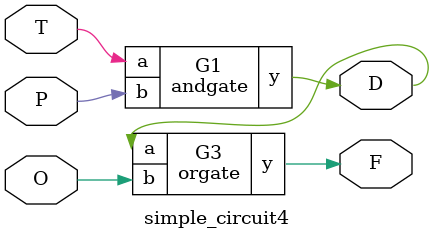
<source format=v>
module andgate(a,b,y);
    input a,b;
    output y;
    assign y = a & b;
endmodule
module notgate (a,y);
    input a;
    output y;
    assign y = !a;
endmodule
module orgate (a,b,y);
    input a,b;
    output y;
    assign y = a | b;
endmodule
module simple_circuit4(T,P,O,D,F,);
    output D,F;
    input T,P,O;
    andgate G1(T,P,D); // A and B are input while w1 is the output
    orgate G3(D,O,F); // w1 and E are input while D is output
endmodule
</source>
